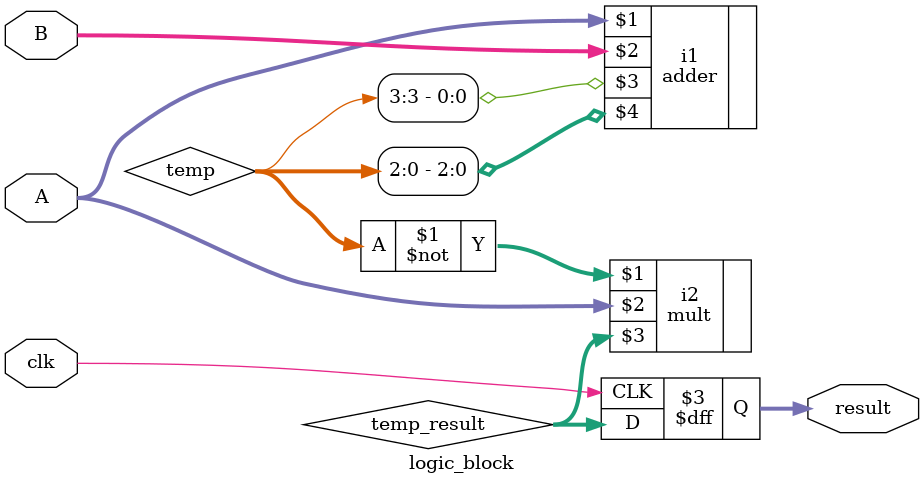
<source format=v>
module logic_block(
    input wire clk,
    input wire [2:0] A,
    input wire [2:0] B,
    output reg [6:0] result
);

wire [3:0] temp;
wire [6:0] temp_result;

adder i1(A, B, temp[3], temp[2:0]);
mult i2(~temp, A, temp_result);

always @(posedge clk)
    result <= temp_result;

endmodule

</source>
